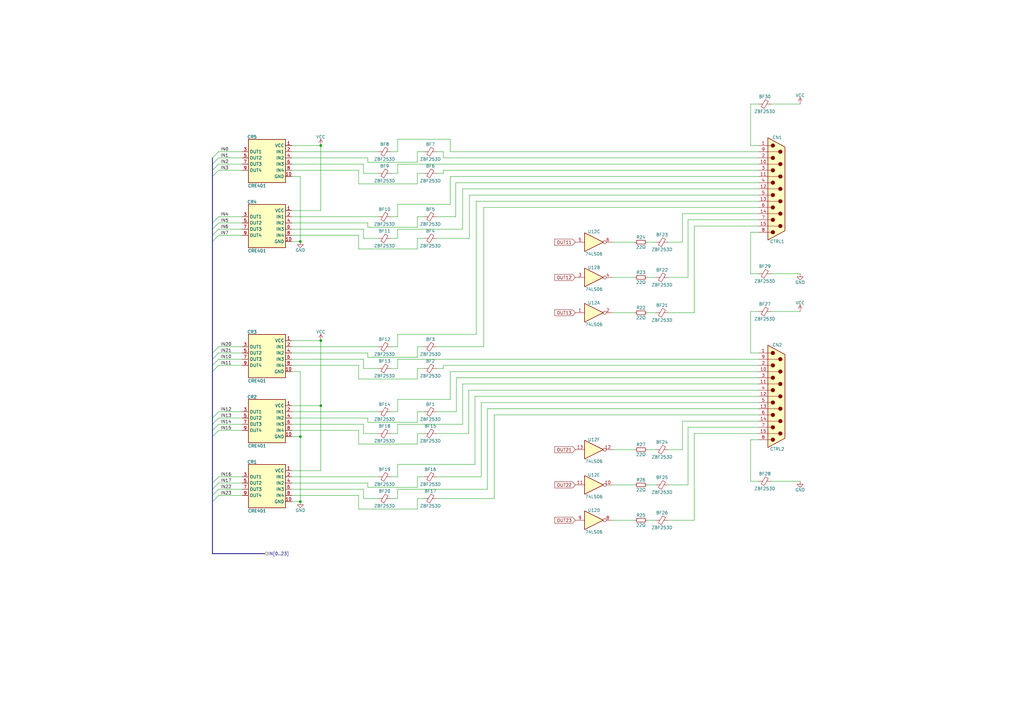
<source format=kicad_sch>
(kicad_sch (version 20211123) (generator eeschema)
  (paper "A3")
  (lib_symbols
    (symbol "1_NeoGeoLibrary:CRE401"
      (property "Reference" "U" (at -7.62 26.67 0))
      (property "Value" "CRE401" (at -7.62 6.35 0))
      (symbol "CRE401_1_1"
        (rectangle (start -7.62 25.4) (end 7.62 7.62) (stroke (width 0.254)) (fill (type background)))
        (pin power_in line (at 10.16 22.86 180) (length 2.54) (name "VCC") (number "1"))
        (pin power_in line (at 10.16 10.16 180) (length 2.54) (name "GND") (number "10"))
        (pin input line (at 10.16 20.32 180) (length 2.54) (name "IN1") (number "2"))
        (pin output line (at -10.16 20.32 0) (length 2.54) (name "OUT1") (number "3"))
        (pin input line (at 10.16 17.78 180) (length 2.54) (name "IN2") (number "4"))
        (pin output line (at -10.16 17.78 0) (length 2.54) (name "OUT2") (number "5"))
        (pin input line (at 10.16 15.24 180) (length 2.54) (name "IN3") (number "6"))
        (pin output line (at -10.16 15.24 0) (length 2.54) (name "OUT3") (number "7"))
        (pin input line (at 10.16 12.7 180) (length 2.54) (name "IN4") (number "8"))
        (pin output line (at -10.16 12.7 0) (length 2.54) (name "OUT4") (number "9"))
      )
    )
    (symbol "74xx:74LS06" (pin_names (offset 1.016))
      (property "Reference" "U" (at 0 1.27 0))
      (property "Value" "74LS06" (at 0 -1.27 0))
      (symbol "74LS06_1_0"
        (polyline (pts (xy -3.81 3.81) (xy -3.81 -3.81) (xy 3.81 0) (xy -3.81 3.81)) (stroke (width 0.254)) (fill (type background)))
        (pin input line (at -7.62 0 0) (length 3.81) (name "~") (number "1"))
        (pin open_collector inverted (at 7.62 0 180) (length 3.81) (name "~") (number "2"))
      )
      (symbol "74LS06_2_0"
        (polyline (pts (xy -3.81 3.81) (xy -3.81 -3.81) (xy 3.81 0) (xy -3.81 3.81)) (stroke (width 0.254)) (fill (type background)))
        (pin input line (at -7.62 0 0) (length 3.81) (name "~") (number "3"))
        (pin open_collector inverted (at 7.62 0 180) (length 3.81) (name "~") (number "4"))
      )
      (symbol "74LS06_3_0"
        (polyline (pts (xy -3.81 3.81) (xy -3.81 -3.81) (xy 3.81 0) (xy -3.81 3.81)) (stroke (width 0.254)) (fill (type background)))
        (pin input line (at -7.62 0 0) (length 3.81) (name "~") (number "5"))
        (pin open_collector inverted (at 7.62 0 180) (length 3.81) (name "~") (number "6"))
      )
      (symbol "74LS06_4_0"
        (polyline (pts (xy -3.81 3.81) (xy -3.81 -3.81) (xy 3.81 0) (xy -3.81 3.81)) (stroke (width 0.254)) (fill (type background)))
        (pin open_collector inverted (at 7.62 0 180) (length 3.81) (name "~") (number "8"))
        (pin input line (at -7.62 0 0) (length 3.81) (name "~") (number "9"))
      )
      (symbol "74LS06_5_0"
        (polyline (pts (xy -3.81 3.81) (xy -3.81 -3.81) (xy 3.81 0) (xy -3.81 3.81)) (stroke (width 0.254)) (fill (type background)))
        (pin open_collector inverted (at 7.62 0 180) (length 3.81) (name "~") (number "10"))
        (pin input line (at -7.62 0 0) (length 3.81) (name "~") (number "11"))
      )
      (symbol "74LS06_6_0"
        (polyline (pts (xy -3.81 3.81) (xy -3.81 -3.81) (xy 3.81 0) (xy -3.81 3.81)) (stroke (width 0.254)) (fill (type background)))
        (pin open_collector inverted (at 7.62 0 180) (length 3.81) (name "~") (number "12"))
        (pin input line (at -7.62 0 0) (length 3.81) (name "~") (number "13"))
      )
      (symbol "74LS06_7_0"
        (pin power_in line (at 0 12.7 270) (length 5.08) (name "VCC") (number "14"))
        (pin power_in line (at 0 -12.7 90) (length 5.08) (name "GND") (number "7"))
      )
      (symbol "74LS06_7_1"
        (rectangle (start -5.08 7.62) (end 5.08 -7.62) (stroke (width 0.254)) (fill (type background)))
      )
    )
    (symbol "Connector:DB15_Male" (pin_names (offset 1.016) hide)
      (property "Reference" "J" (at 0.508 21.59 0))
      (property "Value" "DB15_Male" (at 0 -22.225 0))
      (symbol "DB15_Male_0_1"
        (circle (center -1.778 -17.78) (radius 0.762) (fill (type outline)))
        (circle (center -1.778 -12.7) (radius 0.762) (fill (type outline)))
        (circle (center -1.778 -7.62) (radius 0.762) (fill (type outline)))
        (circle (center -1.778 -2.54) (radius 0.762) (fill (type outline)))
        (circle (center -1.778 2.54) (radius 0.762) (fill (type outline)))
        (circle (center -1.778 7.62) (radius 0.762) (fill (type outline)))
        (circle (center -1.778 12.7) (radius 0.762) (fill (type outline)))
        (circle (center -1.778 17.78) (radius 0.762) (fill (type outline)))
        (polyline (pts (xy -3.81 -17.78) (xy -2.54 -17.78)))
        (polyline (pts (xy -3.81 -15.24) (xy 0.508 -15.24)))
        (polyline (pts (xy -3.81 -12.7) (xy -2.54 -12.7)))
        (polyline (pts (xy -3.81 -10.16) (xy 0.508 -10.16)))
        (polyline (pts (xy -3.81 -7.62) (xy -2.54 -7.62)))
        (polyline (pts (xy -3.81 -5.08) (xy 0.508 -5.08)))
        (polyline (pts (xy -3.81 -2.54) (xy -2.54 -2.54)))
        (polyline (pts (xy -3.81 0) (xy 0.508 0)))
        (polyline (pts (xy -3.81 2.54) (xy -2.54 2.54)))
        (polyline (pts (xy -3.81 5.08) (xy 0.508 5.08)))
        (polyline (pts (xy -3.81 7.62) (xy -2.54 7.62)))
        (polyline (pts (xy -3.81 10.16) (xy 0.508 10.16)))
        (polyline (pts (xy -3.81 12.7) (xy -2.54 12.7)))
        (polyline (pts (xy -3.81 15.24) (xy 0.508 15.24)))
        (polyline (pts (xy -3.81 17.78) (xy -2.54 17.78)))
        (polyline (pts (xy -3.81 -20.955) (xy 3.175 -17.145) (xy 3.175 17.145) (xy -3.81 20.955) (xy -3.81 -20.955)) (stroke (width 0.254)) (fill (type background)))
        (circle (center 1.27 -15.24) (radius 0.762) (fill (type outline)))
        (circle (center 1.27 -10.16) (radius 0.762) (fill (type outline)))
        (circle (center 1.27 -5.08) (radius 0.762) (fill (type outline)))
        (circle (center 1.27 0) (radius 0.762) (fill (type outline)))
        (circle (center 1.27 5.08) (radius 0.762) (fill (type outline)))
        (circle (center 1.27 10.16) (radius 0.762) (fill (type outline)))
        (circle (center 1.27 15.24) (radius 0.762) (fill (type outline)))
      )
      (symbol "DB15_Male_1_1"
        (pin passive line (at -7.62 -17.78 0) (length 3.81) (name "1") (number "1"))
        (pin passive line (at -7.62 -10.16 0) (length 3.81) (name "P10") (number "10"))
        (pin passive line (at -7.62 -5.08 0) (length 3.81) (name "P111") (number "11"))
        (pin passive line (at -7.62 0 0) (length 3.81) (name "P12") (number "12"))
        (pin passive line (at -7.62 5.08 0) (length 3.81) (name "P13") (number "13"))
        (pin passive line (at -7.62 10.16 0) (length 3.81) (name "P14") (number "14"))
        (pin passive line (at -7.62 15.24 0) (length 3.81) (name "P15") (number "15"))
        (pin passive line (at -7.62 -12.7 0) (length 3.81) (name "2") (number "2"))
        (pin passive line (at -7.62 -7.62 0) (length 3.81) (name "3") (number "3"))
        (pin passive line (at -7.62 -2.54 0) (length 3.81) (name "4") (number "4"))
        (pin passive line (at -7.62 2.54 0) (length 3.81) (name "5") (number "5"))
        (pin passive line (at -7.62 7.62 0) (length 3.81) (name "6") (number "6"))
        (pin passive line (at -7.62 12.7 0) (length 3.81) (name "7") (number "7"))
        (pin passive line (at -7.62 17.78 0) (length 3.81) (name "8") (number "8"))
        (pin passive line (at -7.62 -15.24 0) (length 3.81) (name "P9") (number "9"))
      )
    )
    (symbol "Device:FerriteBead_Small" (pin_numbers hide) (pin_names (offset 0))
      (property "Reference" "FB" (at 1.905 1.27 0))
      (property "Value" "FerriteBead_Small" (at 1.905 -1.27 0))
      (symbol "FerriteBead_Small_0_1"
        (polyline (pts (xy 0 -1.27) (xy 0 -0.7874)))
        (polyline (pts (xy 0 0.889) (xy 0 1.2954)))
        (polyline (pts (xy -1.8288 0.2794) (xy -1.1176 1.4986) (xy 1.8288 -0.2032) (xy 1.1176 -1.4224) (xy -1.8288 0.2794)))
      )
      (symbol "FerriteBead_Small_1_1"
        (pin passive line (at 0 2.54 270) (length 1.27) (name "~") (number "1"))
        (pin passive line (at 0 -2.54 90) (length 1.27) (name "~") (number "2"))
      )
    )
    (symbol "Device:R_Small" (pin_numbers hide) (pin_names (offset 0.254) hide)
      (property "Reference" "R" (at 0.762 0.508 0))
      (property "Value" "R_Small" (at 0.762 -1.016 0))
      (symbol "R_Small_0_1"
        (rectangle (start -0.762 1.778) (end 0.762 -1.778) (stroke (width 0.2032)))
      )
      (symbol "R_Small_1_1"
        (pin passive line (at 0 2.54 270) (length 0.762) (name "~") (number "1"))
        (pin passive line (at 0 -2.54 90) (length 0.762) (name "~") (number "2"))
      )
    )
    (symbol "power:GND" (power) (pin_names (offset 0))
      (property "Value" "GND" (at 0 -3.81 0))
      (symbol "GND_0_1"
        (polyline (pts (xy 0 0) (xy 0 -1.27) (xy 1.27 -1.27) (xy 0 -2.54) (xy -1.27 -1.27) (xy 0 -1.27)))
      )
      (symbol "GND_1_1"
        (pin power_in line (at 0 0 270) (length 0) hide (name "GND") (number "1"))
      )
    )
    (symbol "power:VCC" (power) (pin_names (offset 0))
      (property "Value" "VCC" (at 0 3.81 0))
      (symbol "VCC_0_1"
        (polyline (pts (xy -0.762 1.27) (xy 0 2.54)))
        (polyline (pts (xy 0 0) (xy 0 2.54)))
        (polyline (pts (xy 0 2.54) (xy 0.762 1.27)))
      )
      (symbol "VCC_1_1"
        (pin power_in line (at 0 0 90) (length 0) hide (name "VCC") (number "1"))
      )
    )
  )
  (junction (at 131.572 139.7))
  (junction (at 123.19 99.06))
  (junction (at 131.572 59.69))
  (junction (at 131.572 166.37))
  (junction (at 123.19 205.74))
  (junction (at 123.19 179.07))
  (bus_entry (at 89.662 173.99) (size -2.54 2.54))
  (bus_entry (at 89.662 91.44) (size -2.54 2.54))
  (bus_entry (at 89.662 93.98) (size -2.54 2.54))
  (bus_entry (at 89.662 149.86) (size -2.54 2.54))
  (bus_entry (at 89.662 142.24) (size -2.54 2.54))
  (bus_entry (at 89.662 144.78) (size -2.54 2.54))
  (bus_entry (at 89.662 203.2) (size -2.54 2.54))
  (bus_entry (at 89.662 168.91) (size -2.54 2.54))
  (bus_entry (at 89.662 69.85) (size -2.54 2.54))
  (bus_entry (at 89.662 64.77) (size -2.54 2.54))
  (bus_entry (at 89.662 200.66) (size -2.54 2.54))
  (bus_entry (at 89.662 96.52) (size -2.54 2.54))
  (bus_entry (at 89.662 67.31) (size -2.54 2.54))
  (bus_entry (at 89.662 198.12) (size -2.54 2.54))
  (bus_entry (at 89.662 88.9) (size -2.54 2.54))
  (bus_entry (at 89.662 176.53) (size -2.54 2.54))
  (bus_entry (at 89.662 147.32) (size -2.54 2.54))
  (bus_entry (at 89.662 195.58) (size -2.54 2.54))
  (bus_entry (at 89.662 171.45) (size -2.54 2.54))
  (bus_entry (at 89.662 62.23) (size -2.54 2.54))
  (wire (pts (xy 179.07 168.91) (xy 187.198 168.91)))
  (wire (pts (xy 119.634 203.2) (xy 147.066 203.2)))
  (bus (pts (xy 87.122 198.12) (xy 87.122 200.66)))
  (wire (pts (xy 131.572 86.36) (xy 119.634 86.36)))
  (wire (pts (xy 147.066 69.85) (xy 147.066 75.438)))
  (wire (pts (xy 279.908 184.404) (xy 274.066 184.404)))
  (wire (pts (xy 171.196 208.788) (xy 171.196 204.47)))
  (wire (pts (xy 89.662 176.53) (xy 99.314 176.53)))
  (wire (pts (xy 179.07 195.58) (xy 197.358 195.58)))
  (wire (pts (xy 181.864 151.13) (xy 179.07 151.13)))
  (wire (pts (xy 311.15 67.31) (xy 163.068 67.31)))
  (wire (pts (xy 184.658 72.39) (xy 184.658 83.82)))
  (wire (pts (xy 171.196 71.12) (xy 173.99 71.12)))
  (wire (pts (xy 123.19 72.39) (xy 123.19 99.06)))
  (wire (pts (xy 119.634 173.99) (xy 149.098 173.99)))
  (wire (pts (xy 119.634 139.7) (xy 131.572 139.7)))
  (wire (pts (xy 131.572 59.69) (xy 131.572 86.36)))
  (bus (pts (xy 87.122 67.31) (xy 87.122 69.85)))
  (wire (pts (xy 119.634 62.23) (xy 155.194 62.23)))
  (wire (pts (xy 171.196 75.438) (xy 171.196 71.12)))
  (wire (pts (xy 119.634 176.53) (xy 147.066 176.53)))
  (wire (pts (xy 89.662 144.78) (xy 99.314 144.78)))
  (wire (pts (xy 316.23 42.672) (xy 328.168 42.672)))
  (wire (pts (xy 311.15 180.34) (xy 307.848 180.34)))
  (wire (pts (xy 307.848 180.34) (xy 307.848 197.358)))
  (wire (pts (xy 147.066 75.438) (xy 171.196 75.438)))
  (wire (pts (xy 119.634 64.77) (xy 150.876 64.77)))
  (wire (pts (xy 119.634 144.78) (xy 150.876 144.78)))
  (wire (pts (xy 179.07 62.23) (xy 181.864 62.23)))
  (wire (pts (xy 171.196 195.58) (xy 173.99 195.58)))
  (wire (pts (xy 163.068 67.31) (xy 163.068 71.12)))
  (wire (pts (xy 119.634 67.31) (xy 149.098 67.31)))
  (bus (pts (xy 87.122 147.32) (xy 87.122 149.86)))
  (bus (pts (xy 87.122 227.076) (xy 108.458 227.076)))
  (wire (pts (xy 150.876 198.12) (xy 150.876 199.898)))
  (wire (pts (xy 149.098 151.13) (xy 155.194 151.13)))
  (wire (pts (xy 311.15 77.47) (xy 189.738 77.47)))
  (wire (pts (xy 160.274 88.9) (xy 163.068 88.9)))
  (wire (pts (xy 163.068 151.13) (xy 160.274 151.13)))
  (wire (pts (xy 316.23 127.762) (xy 328.168 127.762)))
  (wire (pts (xy 179.07 204.47) (xy 202.692 204.47)))
  (wire (pts (xy 307.848 197.358) (xy 311.15 197.358)))
  (wire (pts (xy 189.738 157.48) (xy 189.738 173.99)))
  (wire (pts (xy 89.662 62.23) (xy 99.314 62.23)))
  (wire (pts (xy 89.662 195.58) (xy 99.314 195.58)))
  (wire (pts (xy 171.196 173.228) (xy 171.196 168.91)))
  (wire (pts (xy 163.068 204.47) (xy 160.274 204.47)))
  (wire (pts (xy 171.196 177.8) (xy 173.99 177.8)))
  (wire (pts (xy 307.848 112.268) (xy 311.15 112.268)))
  (wire (pts (xy 279.908 172.72) (xy 279.908 184.404)))
  (wire (pts (xy 149.098 71.12) (xy 155.194 71.12)))
  (wire (pts (xy 171.196 204.47) (xy 173.99 204.47)))
  (bus (pts (xy 87.122 152.4) (xy 87.122 171.45)))
  (wire (pts (xy 123.19 205.74) (xy 119.634 205.74)))
  (wire (pts (xy 119.634 93.98) (xy 149.098 93.98)))
  (wire (pts (xy 119.634 168.91) (xy 155.194 168.91)))
  (wire (pts (xy 163.068 71.12) (xy 160.274 71.12)))
  (wire (pts (xy 171.196 142.24) (xy 173.99 142.24)))
  (wire (pts (xy 187.198 154.94) (xy 187.198 168.91)))
  (wire (pts (xy 119.634 147.32) (xy 149.098 147.32)))
  (wire (pts (xy 149.098 93.98) (xy 149.098 97.79)))
  (wire (pts (xy 171.196 168.91) (xy 173.99 168.91)))
  (wire (pts (xy 171.196 155.448) (xy 171.196 151.13)))
  (wire (pts (xy 282.194 90.17) (xy 282.194 113.792)))
  (wire (pts (xy 119.634 171.45) (xy 150.876 171.45)))
  (wire (pts (xy 311.15 85.09) (xy 198.374 85.09)))
  (wire (pts (xy 311.15 87.63) (xy 279.908 87.63)))
  (bus (pts (xy 87.122 179.07) (xy 87.122 198.12)))
  (wire (pts (xy 311.15 157.48) (xy 189.738 157.48)))
  (wire (pts (xy 311.15 160.02) (xy 192.278 160.02)))
  (wire (pts (xy 119.634 195.58) (xy 155.194 195.58)))
  (wire (pts (xy 131.572 166.37) (xy 131.572 193.04)))
  (wire (pts (xy 89.662 171.45) (xy 99.314 171.45)))
  (wire (pts (xy 311.15 90.17) (xy 282.194 90.17)))
  (wire (pts (xy 251.206 113.792) (xy 260.35 113.792)))
  (wire (pts (xy 194.818 162.56) (xy 194.818 190.5)))
  (wire (pts (xy 119.634 149.86) (xy 147.066 149.86)))
  (wire (pts (xy 311.15 149.86) (xy 181.864 149.86)))
  (wire (pts (xy 189.738 77.47) (xy 189.738 93.98)))
  (wire (pts (xy 184.658 163.83) (xy 163.068 163.83)))
  (wire (pts (xy 160.274 142.24) (xy 163.068 142.24)))
  (wire (pts (xy 89.662 96.52) (xy 99.314 96.52)))
  (bus (pts (xy 87.122 91.44) (xy 87.122 93.98)))
  (wire (pts (xy 147.066 155.448) (xy 171.196 155.448)))
  (wire (pts (xy 171.196 93.218) (xy 171.196 88.9)))
  (wire (pts (xy 119.634 72.39) (xy 123.19 72.39)))
  (bus (pts (xy 87.122 171.45) (xy 87.122 173.99)))
  (wire (pts (xy 192.278 160.02) (xy 192.278 177.8)))
  (wire (pts (xy 89.662 88.9) (xy 99.314 88.9)))
  (wire (pts (xy 131.572 139.7) (xy 131.572 166.37)))
  (wire (pts (xy 195.326 82.55) (xy 195.326 137.16)))
  (wire (pts (xy 123.19 179.07) (xy 123.19 205.74)))
  (wire (pts (xy 265.43 213.36) (xy 268.986 213.36)))
  (wire (pts (xy 284.734 92.71) (xy 284.734 128.27)))
  (wire (pts (xy 184.658 62.23) (xy 184.658 57.15)))
  (wire (pts (xy 311.15 162.56) (xy 194.818 162.56)))
  (wire (pts (xy 163.068 97.79) (xy 160.274 97.79)))
  (wire (pts (xy 149.098 97.79) (xy 155.194 97.79)))
  (wire (pts (xy 171.196 62.23) (xy 173.99 62.23)))
  (wire (pts (xy 150.876 144.78) (xy 150.876 146.558)))
  (wire (pts (xy 147.066 203.2) (xy 147.066 208.788)))
  (wire (pts (xy 119.634 91.44) (xy 150.876 91.44)))
  (wire (pts (xy 179.07 142.24) (xy 198.374 142.24)))
  (wire (pts (xy 199.898 167.64) (xy 199.898 200.66)))
  (wire (pts (xy 147.066 102.108) (xy 171.196 102.108)))
  (wire (pts (xy 171.196 66.548) (xy 171.196 62.23)))
  (wire (pts (xy 311.15 95.25) (xy 307.848 95.25)))
  (wire (pts (xy 192.532 80.01) (xy 192.532 97.79)))
  (wire (pts (xy 147.066 96.52) (xy 147.066 102.108)))
  (wire (pts (xy 307.848 42.672) (xy 311.15 42.672)))
  (bus (pts (xy 87.122 149.86) (xy 87.122 152.4)))
  (wire (pts (xy 163.068 57.15) (xy 163.068 62.23)))
  (wire (pts (xy 282.194 198.882) (xy 274.066 198.882)))
  (wire (pts (xy 311.15 154.94) (xy 187.198 154.94)))
  (wire (pts (xy 311.15 170.18) (xy 202.692 170.18)))
  (wire (pts (xy 184.658 152.4) (xy 184.658 163.83)))
  (wire (pts (xy 150.876 173.228) (xy 171.196 173.228)))
  (wire (pts (xy 181.864 71.12) (xy 179.07 71.12)))
  (wire (pts (xy 311.15 175.26) (xy 282.194 175.26)))
  (wire (pts (xy 119.634 198.12) (xy 150.876 198.12)))
  (wire (pts (xy 311.15 80.01) (xy 192.532 80.01)))
  (wire (pts (xy 251.206 99.314) (xy 260.35 99.314)))
  (wire (pts (xy 149.098 67.31) (xy 149.098 71.12)))
  (wire (pts (xy 311.15 82.55) (xy 195.326 82.55)))
  (wire (pts (xy 89.662 200.66) (xy 99.314 200.66)))
  (wire (pts (xy 160.274 62.23) (xy 163.068 62.23)))
  (wire (pts (xy 89.662 173.99) (xy 99.314 173.99)))
  (wire (pts (xy 163.068 83.82) (xy 163.068 88.9)))
  (wire (pts (xy 150.876 171.45) (xy 150.876 173.228)))
  (wire (pts (xy 147.066 149.86) (xy 147.066 155.448)))
  (wire (pts (xy 89.662 64.77) (xy 99.314 64.77)))
  (wire (pts (xy 186.944 74.93) (xy 186.944 88.9)))
  (wire (pts (xy 171.196 102.108) (xy 171.196 97.79)))
  (wire (pts (xy 150.876 199.898) (xy 171.196 199.898)))
  (wire (pts (xy 311.15 177.8) (xy 284.734 177.8)))
  (wire (pts (xy 284.734 128.27) (xy 274.066 128.27)))
  (wire (pts (xy 265.43 128.27) (xy 268.986 128.27)))
  (wire (pts (xy 307.848 144.78) (xy 307.848 127.762)))
  (wire (pts (xy 89.662 168.91) (xy 99.314 168.91)))
  (wire (pts (xy 265.43 198.882) (xy 268.986 198.882)))
  (wire (pts (xy 307.848 127.762) (xy 311.15 127.762)))
  (wire (pts (xy 181.864 149.86) (xy 181.864 151.13)))
  (wire (pts (xy 123.19 99.06) (xy 119.634 99.06)))
  (wire (pts (xy 311.15 92.71) (xy 284.734 92.71)))
  (wire (pts (xy 189.738 93.98) (xy 163.068 93.98)))
  (wire (pts (xy 311.15 172.72) (xy 279.908 172.72)))
  (wire (pts (xy 251.206 128.27) (xy 260.35 128.27)))
  (wire (pts (xy 316.23 112.268) (xy 328.168 112.268)))
  (wire (pts (xy 181.864 64.77) (xy 181.864 62.23)))
  (wire (pts (xy 311.15 165.1) (xy 197.358 165.1)))
  (wire (pts (xy 149.098 177.8) (xy 155.194 177.8)))
  (wire (pts (xy 147.066 208.788) (xy 171.196 208.788)))
  (bus (pts (xy 87.122 173.99) (xy 87.122 176.53)))
  (wire (pts (xy 265.43 113.792) (xy 268.986 113.792)))
  (wire (pts (xy 150.876 146.558) (xy 171.196 146.558)))
  (bus (pts (xy 87.122 144.78) (xy 87.122 147.32)))
  (wire (pts (xy 131.572 193.04) (xy 119.634 193.04)))
  (wire (pts (xy 311.15 74.93) (xy 186.944 74.93)))
  (wire (pts (xy 279.908 87.63) (xy 279.908 99.314)))
  (wire (pts (xy 89.662 142.24) (xy 99.314 142.24)))
  (wire (pts (xy 181.864 69.85) (xy 181.864 71.12)))
  (wire (pts (xy 316.23 197.358) (xy 328.168 197.358)))
  (wire (pts (xy 131.572 166.37) (xy 119.634 166.37)))
  (bus (pts (xy 87.122 205.74) (xy 87.122 227.076)))
  (bus (pts (xy 87.122 64.77) (xy 87.122 67.31)))
  (wire (pts (xy 163.068 137.16) (xy 195.326 137.16)))
  (bus (pts (xy 87.122 176.53) (xy 87.122 179.07)))
  (wire (pts (xy 171.196 88.9) (xy 173.99 88.9)))
  (bus (pts (xy 87.122 72.39) (xy 87.122 91.44)))
  (wire (pts (xy 89.662 147.32) (xy 99.314 147.32)))
  (bus (pts (xy 87.122 200.66) (xy 87.122 203.2)))
  (wire (pts (xy 119.634 200.66) (xy 149.098 200.66)))
  (wire (pts (xy 160.274 195.58) (xy 163.068 195.58)))
  (wire (pts (xy 307.848 95.25) (xy 307.848 112.268)))
  (wire (pts (xy 163.068 147.32) (xy 163.068 151.13)))
  (wire (pts (xy 150.876 91.44) (xy 150.876 93.218)))
  (wire (pts (xy 311.15 152.4) (xy 184.658 152.4)))
  (wire (pts (xy 149.098 147.32) (xy 149.098 151.13)))
  (wire (pts (xy 171.196 146.558) (xy 171.196 142.24)))
  (wire (pts (xy 282.194 113.792) (xy 274.066 113.792)))
  (wire (pts (xy 251.206 198.882) (xy 260.35 198.882)))
  (wire (pts (xy 89.662 203.2) (xy 99.314 203.2)))
  (wire (pts (xy 123.19 179.07) (xy 119.634 179.07)))
  (wire (pts (xy 119.634 96.52) (xy 147.066 96.52)))
  (wire (pts (xy 311.15 69.85) (xy 181.864 69.85)))
  (wire (pts (xy 279.908 99.314) (xy 274.066 99.314)))
  (wire (pts (xy 89.662 91.44) (xy 99.314 91.44)))
  (wire (pts (xy 163.068 190.5) (xy 163.068 195.58)))
  (bus (pts (xy 87.122 93.98) (xy 87.122 96.52)))
  (wire (pts (xy 163.068 173.99) (xy 189.738 173.99)))
  (wire (pts (xy 171.196 151.13) (xy 173.99 151.13)))
  (wire (pts (xy 179.07 97.79) (xy 192.532 97.79)))
  (wire (pts (xy 163.068 177.8) (xy 160.274 177.8)))
  (wire (pts (xy 150.876 66.548) (xy 171.196 66.548)))
  (wire (pts (xy 163.068 173.99) (xy 163.068 177.8)))
  (wire (pts (xy 147.066 176.53) (xy 147.066 182.118)))
  (wire (pts (xy 184.658 83.82) (xy 163.068 83.82)))
  (wire (pts (xy 171.196 182.118) (xy 171.196 177.8)))
  (wire (pts (xy 284.734 177.8) (xy 284.734 213.36)))
  (wire (pts (xy 150.876 93.218) (xy 171.196 93.218)))
  (wire (pts (xy 265.43 99.314) (xy 268.986 99.314)))
  (wire (pts (xy 311.15 64.77) (xy 181.864 64.77)))
  (wire (pts (xy 311.15 62.23) (xy 184.658 62.23)))
  (wire (pts (xy 198.374 85.09) (xy 198.374 142.24)))
  (wire (pts (xy 197.358 165.1) (xy 197.358 195.58)))
  (wire (pts (xy 149.098 173.99) (xy 149.098 177.8)))
  (wire (pts (xy 149.098 204.47) (xy 155.194 204.47)))
  (wire (pts (xy 119.634 152.4) (xy 123.19 152.4)))
  (wire (pts (xy 251.206 213.36) (xy 260.35 213.36)))
  (wire (pts (xy 311.15 144.78) (xy 307.848 144.78)))
  (wire (pts (xy 284.734 213.36) (xy 274.066 213.36)))
  (wire (pts (xy 89.662 149.86) (xy 99.314 149.86)))
  (wire (pts (xy 149.098 200.66) (xy 149.098 204.47)))
  (wire (pts (xy 179.07 88.9) (xy 186.944 88.9)))
  (wire (pts (xy 307.848 59.69) (xy 307.848 42.672)))
  (wire (pts (xy 89.662 69.85) (xy 99.314 69.85)))
  (wire (pts (xy 282.194 175.26) (xy 282.194 198.882)))
  (wire (pts (xy 89.662 93.98) (xy 99.314 93.98)))
  (wire (pts (xy 119.634 142.24) (xy 155.194 142.24)))
  (wire (pts (xy 150.876 64.77) (xy 150.876 66.548)))
  (wire (pts (xy 311.15 167.64) (xy 199.898 167.64)))
  (wire (pts (xy 119.634 88.9) (xy 155.194 88.9)))
  (bus (pts (xy 87.122 69.85) (xy 87.122 72.39)))
  (wire (pts (xy 171.196 97.79) (xy 173.99 97.79)))
  (wire (pts (xy 179.07 177.8) (xy 192.278 177.8)))
  (wire (pts (xy 184.658 57.15) (xy 163.068 57.15)))
  (wire (pts (xy 89.662 67.31) (xy 99.314 67.31)))
  (wire (pts (xy 163.068 200.66) (xy 163.068 204.47)))
  (bus (pts (xy 87.122 96.52) (xy 87.122 99.06)))
  (wire (pts (xy 119.634 69.85) (xy 147.066 69.85)))
  (wire (pts (xy 251.206 184.404) (xy 260.35 184.404)))
  (wire (pts (xy 163.068 137.16) (xy 163.068 142.24)))
  (wire (pts (xy 171.196 199.898) (xy 171.196 195.58)))
  (wire (pts (xy 163.068 163.83) (xy 163.068 168.91)))
  (wire (pts (xy 311.15 72.39) (xy 184.658 72.39)))
  (wire (pts (xy 202.692 170.18) (xy 202.692 204.47)))
  (wire (pts (xy 160.274 168.91) (xy 163.068 168.91)))
  (wire (pts (xy 163.068 147.32) (xy 311.15 147.32)))
  (wire (pts (xy 147.066 182.118) (xy 171.196 182.118)))
  (bus (pts (xy 87.122 99.06) (xy 87.122 144.78)))
  (wire (pts (xy 163.068 190.5) (xy 194.818 190.5)))
  (wire (pts (xy 89.662 198.12) (xy 99.314 198.12)))
  (bus (pts (xy 87.122 203.2) (xy 87.122 205.74)))
  (wire (pts (xy 123.19 152.4) (xy 123.19 179.07)))
  (wire (pts (xy 311.15 59.69) (xy 307.848 59.69)))
  (wire (pts (xy 265.43 184.404) (xy 268.986 184.404)))
  (wire (pts (xy 163.068 200.66) (xy 199.898 200.66)))
  (wire (pts (xy 119.634 59.69) (xy 131.572 59.69)))
  (wire (pts (xy 163.068 93.98) (xy 163.068 97.79)))
  (label "IN14" (at 90.424 173.99 0))
  (label "IN2" (at 90.424 67.31 0))
  (label "IN5" (at 90.424 91.44 0))
  (label "IN16" (at 90.424 195.58 0))
  (label "IN0" (at 90.424 62.23 0))
  (label "IN10" (at 90.424 147.32 0))
  (label "IN13" (at 90.424 171.45 0))
  (label "IN1" (at 90.424 64.77 0))
  (label "IN11" (at 90.424 149.86 0))
  (label "IN6" (at 90.424 93.98 0))
  (label "IN15" (at 90.424 176.53 0))
  (label "IN17" (at 90.424 198.12 0))
  (label "IN23" (at 90.424 203.2 0))
  (label "IN20" (at 90.424 142.24 0))
  (label "IN22" (at 90.424 200.66 0))
  (label "IN21" (at 90.424 144.78 0))
  (label "IN7" (at 90.424 96.52 0))
  (label "IN12" (at 90.424 168.91 0))
  (label "IN3" (at 90.424 69.85 0))
  (label "IN4" (at 90.424 88.9 0))
  (global_label "OUT13" (shape input) (at 235.966 128.27 180) (property "Intersheet References" "${INTERSHEET_REFS}" (effects hide)))
  (global_label "OUT11" (shape input) (at 235.966 99.314 180) (property "Intersheet References" "${INTERSHEET_REFS}" (effects hide)))
  (global_label "OUT21" (shape input) (at 235.966 184.404 180) (property "Intersheet References" "${INTERSHEET_REFS}" (effects hide)))
  (global_label "OUT22" (shape input) (at 235.966 198.882 180) (property "Intersheet References" "${INTERSHEET_REFS}" (effects hide)))
  (global_label "OUT23" (shape input) (at 235.966 213.36 180) (property "Intersheet References" "${INTERSHEET_REFS}" (effects hide)))
  (global_label "OUT12" (shape input) (at 235.966 113.792 180) (property "Intersheet References" "${INTERSHEET_REFS}" (effects hide)))
  (hierarchical_label "IN[0..23]" (shape input) (at 108.458 227.076 0))
  (symbol (lib_id "Device:FerriteBead_Small") (at 176.53 142.24 90) (unit 1)
    (property "Reference" "BF3" (at 176.53 139.192 90))
    (property "Value" "ZBF253D" (at 176.53 145.288 90))
    (property "Footprint" "1_NeoGeoLibrary:BF-2.5mm" (effects hide))
  )
  (symbol (lib_id "power:VCC") (at 328.168 42.672 0) (unit 1)
    (property "Reference" "#PWR0167" (effects hide))
    (property "Value" "VCC" (at 328.168 39.116 0))
  )
  (symbol (lib_id "74xx:74LS06") (at 243.586 128.27 0) (unit 1)
    (property "Reference" "U12" (at 243.586 124.206 0))
    (property "Value" "74LS06" (at 243.586 133.096 0))
  )
  (symbol (lib_id "1_NeoGeoLibrary:CRE401") (at 109.474 189.23 0) (unit 1)
    (property "Reference" "CR2" (at 103.378 162.814 0))
    (property "Value" "CRE401" (at 105.41 182.88 0))
    (property "Footprint" "Package_DIP:DIP-28_W15.24mm" (effects hide))
  )
  (symbol (lib_id "Device:FerriteBead_Small") (at 176.53 151.13 90) (unit 1)
    (property "Reference" "BF2" (at 176.53 148.082 90))
    (property "Value" "ZBF253D" (at 176.53 154.178 90))
    (property "Footprint" "1_NeoGeoLibrary:BF-2.5mm" (effects hide))
  )
  (symbol (lib_id "Device:FerriteBead_Small") (at 157.734 88.9 90) (unit 1)
    (property "Reference" "BF10" (at 157.734 85.852 90))
    (property "Value" "ZBF253D" (at 157.734 91.948 90))
    (property "Footprint" "1_NeoGeoLibrary:BF-2.5mm" (effects hide))
  )
  (symbol (lib_id "Device:R_Small") (at 262.89 198.882 90) (unit 1)
    (property "Reference" "R26" (at 262.89 196.85 90))
    (property "Value" "22Ω" (at 262.89 200.914 90))
    (property "Footprint" "1_NeoGeoLibrary:Resistor1-5mm" (effects hide))
  )
  (symbol (lib_id "Device:FerriteBead_Small") (at 176.53 168.91 90) (unit 1)
    (property "Reference" "BF1" (at 176.53 165.862 90))
    (property "Value" "ZBF253D" (at 176.53 171.958 90))
    (property "Footprint" "1_NeoGeoLibrary:BF-2.5mm" (effects hide))
  )
  (symbol (lib_id "Device:FerriteBead_Small") (at 157.734 177.8 90) (unit 1)
    (property "Reference" "BF18" (at 157.734 174.752 90))
    (property "Value" "ZBF253D" (at 157.734 180.848 90))
    (property "Footprint" "1_NeoGeoLibrary:BF-2.5mm" (effects hide))
  )
  (symbol (lib_id "Device:FerriteBead_Small") (at 176.53 177.8 90) (unit 1)
    (property "Reference" "BF15" (at 176.53 174.752 90))
    (property "Value" "ZBF253D" (at 176.53 180.848 90))
    (property "Footprint" "1_NeoGeoLibrary:BF-2.5mm" (effects hide))
  )
  (symbol (lib_id "Device:FerriteBead_Small") (at 313.69 42.672 90) (unit 1)
    (property "Reference" "BF30" (at 313.69 39.624 90))
    (property "Value" "ZBF253D" (at 313.69 45.72 90))
    (property "Footprint" "1_NeoGeoLibrary:BF-2.5mm" (effects hide))
  )
  (symbol (lib_id "Device:FerriteBead_Small") (at 176.53 88.9 90) (unit 1)
    (property "Reference" "BF5" (at 176.53 85.852 90))
    (property "Value" "ZBF253D" (at 176.53 91.948 90))
    (property "Footprint" "1_NeoGeoLibrary:BF-2.5mm" (effects hide))
  )
  (symbol (lib_id "power:VCC") (at 131.572 59.69 0) (unit 1)
    (property "Reference" "#PWR0171" (effects hide))
    (property "Value" "VCC" (at 131.572 56.134 0))
  )
  (symbol (lib_id "1_NeoGeoLibrary:CRE401") (at 109.474 162.56 0) (unit 1)
    (property "Reference" "CR3" (at 103.378 136.144 0))
    (property "Value" "CRE401" (at 105.41 156.21 0))
    (property "Footprint" "Package_DIP:DIP-28_W15.24mm" (effects hide))
  )
  (symbol (lib_id "Device:FerriteBead_Small") (at 157.734 151.13 90) (unit 1)
    (property "Reference" "BF13" (at 157.734 148.082 90))
    (property "Value" "ZBF253D" (at 157.734 154.178 90))
    (property "Footprint" "1_NeoGeoLibrary:BF-2.5mm" (effects hide))
  )
  (symbol (lib_id "Device:FerriteBead_Small") (at 176.53 97.79 90) (unit 1)
    (property "Reference" "BF4" (at 176.53 94.742 90))
    (property "Value" "ZBF253D" (at 176.53 100.838 90))
    (property "Footprint" "1_NeoGeoLibrary:BF-2.5mm" (effects hide))
  )
  (symbol (lib_id "Device:FerriteBead_Small") (at 313.69 112.268 90) (unit 1)
    (property "Reference" "BF29" (at 313.69 109.22 90))
    (property "Value" "ZBF253D" (at 313.69 115.316 90))
    (property "Footprint" "1_NeoGeoLibrary:BF-2.5mm" (effects hide))
  )
  (symbol (lib_id "Device:FerriteBead_Small") (at 271.526 128.27 90) (unit 1)
    (property "Reference" "BF21" (at 271.526 125.222 90))
    (property "Value" "ZBF253D" (at 271.526 131.318 90))
    (property "Footprint" "1_NeoGeoLibrary:BF-2.5mm" (effects hide))
  )
  (symbol (lib_id "Device:FerriteBead_Small") (at 176.53 204.47 90) (unit 1)
    (property "Reference" "BF17" (at 176.53 201.422 90))
    (property "Value" "ZBF253D" (at 176.53 207.518 90))
    (property "Footprint" "1_NeoGeoLibrary:BF-2.5mm" (effects hide))
  )
  (symbol (lib_id "74xx:74LS06") (at 243.586 213.36 0) (unit 4)
    (property "Reference" "U12" (at 243.586 209.296 0))
    (property "Value" "74LS06" (at 243.586 218.186 0))
  )
  (symbol (lib_id "Device:R_Small") (at 262.89 184.404 90) (unit 1)
    (property "Reference" "R27" (at 262.89 182.372 90))
    (property "Value" "22Ω" (at 262.89 186.436 90))
    (property "Footprint" "1_NeoGeoLibrary:Resistor1-5mm" (effects hide))
  )
  (symbol (lib_id "Device:FerriteBead_Small") (at 157.734 204.47 90) (unit 1)
    (property "Reference" "BF20" (at 157.734 201.422 90))
    (property "Value" "ZBF253D" (at 157.734 207.518 90))
    (property "Footprint" "1_NeoGeoLibrary:BF-2.5mm" (effects hide))
  )
  (symbol (lib_id "power:GND") (at 123.19 99.06 0) (unit 1)
    (property "Reference" "#PWR0173" (effects hide))
    (property "Value" "GND" (at 123.19 102.616 0))
  )
  (symbol (lib_id "Connector:DB15_Male") (at 318.77 77.47 0) (mirror x) (unit 1)
    (property "Reference" "CN1" (at 318.77 56.388 0))
    (property "Value" "CTRL1" (at 318.77 99.06 0))
  )
  (symbol (lib_id "Device:FerriteBead_Small") (at 157.734 97.79 90) (unit 1)
    (property "Reference" "BF11" (at 157.734 94.742 90))
    (property "Value" "ZBF253D" (at 157.734 100.838 90))
    (property "Footprint" "1_NeoGeoLibrary:BF-2.5mm" (effects hide))
  )
  (symbol (lib_id "1_NeoGeoLibrary:CRE401") (at 109.474 215.9 0) (unit 1)
    (property "Reference" "CR1" (at 103.378 189.484 0))
    (property "Value" "CRE401" (at 105.41 209.55 0))
    (property "Footprint" "Package_DIP:DIP-28_W15.24mm" (effects hide))
  )
  (symbol (lib_id "Device:R_Small") (at 262.89 113.792 90) (unit 1)
    (property "Reference" "R23" (at 262.89 111.76 90))
    (property "Value" "22Ω" (at 262.89 115.824 90))
    (property "Footprint" "1_NeoGeoLibrary:Resistor1-5mm" (effects hide))
  )
  (symbol (lib_id "power:GND") (at 123.19 205.74 0) (unit 1)
    (property "Reference" "#PWR0174" (effects hide))
    (property "Value" "GND" (at 123.19 209.296 0))
  )
  (symbol (lib_id "Connector:DB15_Male") (at 318.77 162.56 0) (mirror x) (unit 1)
    (property "Reference" "CN2" (at 318.77 141.478 0))
    (property "Value" "CTRL2" (at 318.77 184.15 0))
  )
  (symbol (lib_id "Device:FerriteBead_Small") (at 157.734 62.23 90) (unit 1)
    (property "Reference" "BF8" (at 157.734 59.182 90))
    (property "Value" "ZBF253D" (at 157.734 65.278 90))
    (property "Footprint" "1_NeoGeoLibrary:BF-2.5mm" (effects hide))
  )
  (symbol (lib_id "Device:FerriteBead_Small") (at 176.53 71.12 90) (unit 1)
    (property "Reference" "BF6" (at 176.53 68.072 90))
    (property "Value" "ZBF253D" (at 176.53 74.168 90))
    (property "Footprint" "1_NeoGeoLibrary:BF-2.5mm" (effects hide))
  )
  (symbol (lib_id "Device:FerriteBead_Small") (at 271.526 213.36 90) (unit 1)
    (property "Reference" "BF26" (at 271.526 210.312 90))
    (property "Value" "ZBF253D" (at 271.526 216.408 90))
    (property "Footprint" "1_NeoGeoLibrary:BF-2.5mm" (effects hide))
  )
  (symbol (lib_id "Device:R_Small") (at 262.89 213.36 90) (unit 1)
    (property "Reference" "R25" (at 262.89 211.328 90))
    (property "Value" "22Ω" (at 262.89 215.392 90))
    (property "Footprint" "1_NeoGeoLibrary:Resistor1-5mm" (effects hide))
  )
  (symbol (lib_id "Device:FerriteBead_Small") (at 313.69 197.358 90) (unit 1)
    (property "Reference" "BF28" (at 313.69 194.31 90))
    (property "Value" "ZBF253D" (at 313.69 200.406 90))
    (property "Footprint" "1_NeoGeoLibrary:BF-2.5mm" (effects hide))
  )
  (symbol (lib_id "Device:FerriteBead_Small") (at 271.526 198.882 90) (unit 1)
    (property "Reference" "BF25" (at 271.526 195.834 90))
    (property "Value" "ZBF253D" (at 271.526 201.93 90))
    (property "Footprint" "1_NeoGeoLibrary:BF-2.5mm" (effects hide))
  )
  (symbol (lib_id "Device:R_Small") (at 262.89 99.314 90) (unit 1)
    (property "Reference" "R24" (at 262.89 97.282 90))
    (property "Value" "22Ω" (at 262.89 101.346 90))
    (property "Footprint" "1_NeoGeoLibrary:Resistor1-5mm" (effects hide))
  )
  (symbol (lib_id "Device:FerriteBead_Small") (at 176.53 195.58 90) (unit 1)
    (property "Reference" "BF16" (at 176.53 192.532 90))
    (property "Value" "ZBF253D" (at 176.53 198.628 90))
    (property "Footprint" "1_NeoGeoLibrary:BF-2.5mm" (effects hide))
  )
  (symbol (lib_id "Device:FerriteBead_Small") (at 157.734 142.24 90) (unit 1)
    (property "Reference" "BF12" (at 157.734 139.192 90))
    (property "Value" "ZBF253D" (at 157.734 145.288 90))
    (property "Footprint" "1_NeoGeoLibrary:BF-2.5mm" (effects hide))
  )
  (symbol (lib_id "power:GND") (at 328.168 197.358 0) (unit 1)
    (property "Reference" "#PWR0170" (effects hide))
    (property "Value" "GND" (at 328.168 200.914 0))
  )
  (symbol (lib_id "Device:FerriteBead_Small") (at 157.734 195.58 90) (unit 1)
    (property "Reference" "BF19" (at 157.734 192.532 90))
    (property "Value" "ZBF253D" (at 157.734 198.628 90))
    (property "Footprint" "1_NeoGeoLibrary:BF-2.5mm" (effects hide))
  )
  (symbol (lib_id "74xx:74LS06") (at 243.586 99.314 0) (unit 3)
    (property "Reference" "U12" (at 243.586 94.996 0))
    (property "Value" "74LS06" (at 243.586 104.14 0))
  )
  (symbol (lib_id "Device:FerriteBead_Small") (at 157.734 71.12 90) (unit 1)
    (property "Reference" "BF9" (at 157.734 68.072 90))
    (property "Value" "ZBF253D" (at 157.734 74.168 90))
    (property "Footprint" "1_NeoGeoLibrary:BF-2.5mm" (effects hide))
  )
  (symbol (lib_id "74xx:74LS06") (at 243.586 113.792 0) (unit 2)
    (property "Reference" "U12" (at 243.586 109.728 0))
    (property "Value" "74LS06" (at 243.586 118.618 0))
  )
  (symbol (lib_id "Device:FerriteBead_Small") (at 313.69 127.762 90) (unit 1)
    (property "Reference" "BF27" (at 313.69 124.714 90))
    (property "Value" "ZBF253D" (at 313.69 130.81 90))
    (property "Footprint" "1_NeoGeoLibrary:BF-2.5mm" (effects hide))
  )
  (symbol (lib_id "Device:FerriteBead_Small") (at 271.526 184.404 90) (unit 1)
    (property "Reference" "BF24" (at 271.526 181.356 90))
    (property "Value" "ZBF253D" (at 271.526 187.452 90))
    (property "Footprint" "1_NeoGeoLibrary:BF-2.5mm" (effects hide))
  )
  (symbol (lib_id "Device:R_Small") (at 262.89 128.27 90) (unit 1)
    (property "Reference" "R22" (at 262.89 126.238 90))
    (property "Value" "22Ω" (at 262.89 130.302 90))
    (property "Footprint" "1_NeoGeoLibrary:Resistor1-5mm" (effects hide))
  )
  (symbol (lib_id "Device:FerriteBead_Small") (at 157.734 168.91 90) (unit 1)
    (property "Reference" "BF14" (at 157.734 165.862 90))
    (property "Value" "ZBF253D" (at 157.734 171.958 90))
    (property "Footprint" "1_NeoGeoLibrary:BF-2.5mm" (effects hide))
  )
  (symbol (lib_id "1_NeoGeoLibrary:CRE401") (at 109.474 82.55 0) (unit 1)
    (property "Reference" "CR5" (at 103.378 56.134 0))
    (property "Value" "CRE401" (at 105.41 76.2 0))
    (property "Footprint" "Package_DIP:DIP-28_W15.24mm" (effects hide))
  )
  (symbol (lib_id "power:VCC") (at 328.168 127.762 0) (unit 1)
    (property "Reference" "#PWR0168" (effects hide))
    (property "Value" "VCC" (at 328.168 124.206 0))
  )
  (symbol (lib_id "Device:FerriteBead_Small") (at 271.526 113.792 90) (unit 1)
    (property "Reference" "BF22" (at 271.526 110.744 90))
    (property "Value" "ZBF253D" (at 271.526 116.84 90))
    (property "Footprint" "1_NeoGeoLibrary:BF-2.5mm" (effects hide))
  )
  (symbol (lib_id "74xx:74LS06") (at 243.586 184.404 0) (unit 6)
    (property "Reference" "U12" (at 243.586 180.34 0))
    (property "Value" "74LS06" (at 243.586 189.23 0))
  )
  (symbol (lib_id "power:GND") (at 328.168 112.268 0) (unit 1)
    (property "Reference" "#PWR0169" (effects hide))
    (property "Value" "GND" (at 328.168 115.824 0))
  )
  (symbol (lib_id "1_NeoGeoLibrary:CRE401") (at 109.474 109.22 0) (unit 1)
    (property "Reference" "CR4" (at 103.378 82.804 0))
    (property "Value" "CRE401" (at 105.41 102.87 0))
    (property "Footprint" "Package_DIP:DIP-28_W15.24mm" (effects hide))
  )
  (symbol (lib_id "74xx:74LS06") (at 243.586 198.882 0) (unit 5)
    (property "Reference" "U12" (at 243.586 194.818 0))
    (property "Value" "74LS06" (at 243.586 203.708 0))
  )
  (symbol (lib_id "power:VCC") (at 131.572 139.7 0) (unit 1)
    (property "Reference" "#PWR0172" (effects hide))
    (property "Value" "VCC" (at 131.572 136.144 0))
  )
  (symbol (lib_id "Device:FerriteBead_Small") (at 271.526 99.314 90) (unit 1)
    (property "Reference" "BF23" (at 271.526 96.266 90))
    (property "Value" "ZBF253D" (at 271.526 102.362 90))
    (property "Footprint" "1_NeoGeoLibrary:BF-2.5mm" (effects hide))
  )
  (symbol (lib_id "Device:FerriteBead_Small") (at 176.53 62.23 90) (unit 1)
    (property "Reference" "BF7" (at 176.53 59.182 90))
    (property "Value" "ZBF253D" (at 176.53 65.278 90))
    (property "Footprint" "1_NeoGeoLibrary:BF-2.5mm" (effects hide))
  )
)
</source>
